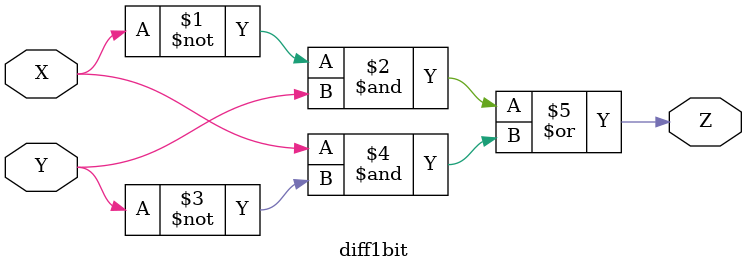
<source format=v>
module comparator(A, B, E);
    input [3:0] A, B; // 4-bit inputs A = [A3,A2,A1,A0] and B = [B3,B2,B1,B0]
    output E; // Equality bit, 1 if A is equal to B, 0 otherwise
    wire [3:0] N; // 4-bit, bit-wise differences, N = [N3,N2,N1,N0]

    // Instantiate 4 1-bit comparators
    genvar i; // counter
    generate // generate sub-circuits (module)
        for(i = 0; i < 4; i = i+1) 
        begin
            diff1bit diff(
                .X(A[i]), // A[i] --> X
                .Y(B[i]), // B[i] --> Y
                .Z(N[i]) // N[i] --> Z
            );
        end
    endgenerate

    assign E = & (~N); // apply logical operations to all elements
endmodule

// Corresponds to Circuit MX in CH01, slide 4 and 5  
module diff1bit(X, Y, Z);
    input X, Y;
    output Z;

    // assign Z = X ^ Y; // 1 if X and Y are different, 0 otherwise
    assign Z = (~X & Y) | (X & ~Y); // 1 if X and Y are different, 0 otherwise
endmodule
</source>
